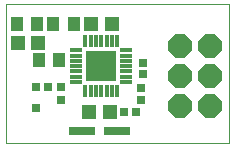
<source format=gts>
G75*
G70*
%OFA0B0*%
%FSLAX24Y24*%
%IPPOS*%
%LPD*%
%AMOC8*
5,1,8,0,0,1.08239X$1,22.5*
%
%ADD10C,0.0000*%
%ADD11R,0.0910X0.0280*%
%ADD12R,0.0434X0.0473*%
%ADD13R,0.0131X0.0414*%
%ADD14R,0.0414X0.0131*%
%ADD15R,0.0985X0.0985*%
%ADD16R,0.0453X0.0465*%
%ADD17OC8,0.0780*%
%ADD18R,0.0316X0.0316*%
D10*
X006793Y006773D02*
X006793Y011439D01*
X014254Y011439D01*
X014254Y006773D01*
X006793Y006773D01*
D11*
X009352Y007206D03*
X010494Y007206D03*
D12*
X008565Y009569D03*
X007895Y009569D03*
X007856Y010769D03*
X008387Y010769D03*
X009057Y010769D03*
X007187Y010769D03*
D13*
X009450Y010175D03*
X009628Y010175D03*
X009805Y010175D03*
X009982Y010175D03*
X010159Y010175D03*
X010336Y010175D03*
X010513Y010175D03*
X010513Y008533D03*
X010336Y008533D03*
X010159Y008533D03*
X009982Y008533D03*
X009805Y008533D03*
X009628Y008533D03*
X009450Y008533D03*
D14*
X009155Y008820D03*
X009155Y008998D03*
X009155Y009175D03*
X009155Y009352D03*
X009155Y009529D03*
X009155Y009706D03*
X009155Y009883D03*
X010797Y009883D03*
X010797Y009706D03*
X010797Y009529D03*
X010797Y009352D03*
X010797Y009175D03*
X010797Y008998D03*
X010797Y008820D03*
D15*
X009982Y009352D03*
D16*
X010326Y010769D03*
X009637Y010769D03*
X007885Y010139D03*
X007196Y010139D03*
X009578Y007836D03*
X010267Y007836D03*
D17*
X012612Y008037D03*
X013612Y008037D03*
X013612Y009037D03*
X012612Y009037D03*
X012612Y010037D03*
X013612Y010037D03*
D18*
X011360Y009470D03*
X011360Y009076D03*
X011320Y008624D03*
X011301Y008230D03*
X011143Y007836D03*
X010750Y007836D03*
X008643Y008230D03*
X008643Y008643D03*
X008210Y008643D03*
X007797Y008643D03*
X007797Y007954D03*
M02*

</source>
